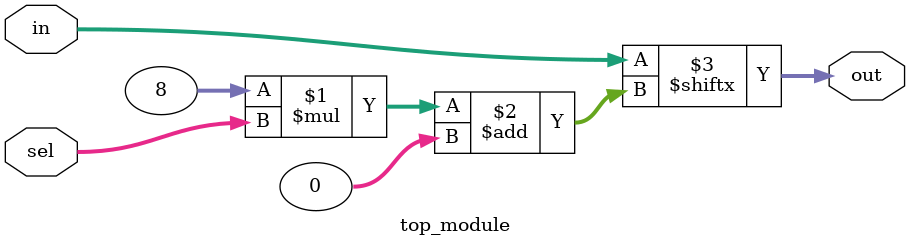
<source format=sv>
module top_module (
  input [1023:0] in,
  input [7:0] sel,
  output [3:0] out
);

  assign out = in[8 * sel +: 4];

endmodule

</source>
